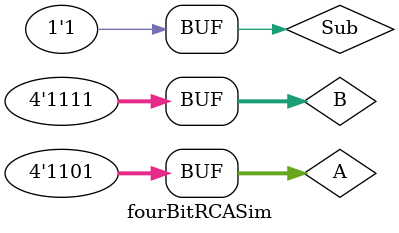
<source format=v>
`timescale 1ns / 1ps


module fourBitRCASim( );

    reg [3:0] A;
    reg [3:0] B;
    reg Sub;
    wire [3:0]Sum;
    wire Error;
    
    fourBitAddSub UUT(.A(A), .B(B), .Sub(Sub), .Sum(Sum), .Error(Error));
    
    initial begin
        Sub=0;
        A=4'b0011;
        B=4'b0100;
        #10;
        B=4'b0110;
        #10;
        B=4'b1100;
        #10;
        
        A=4'b1101;
        B=4'b0011;
        #10;
        B=4'b1000;
        #10;
        B=4'b1111;
        #10;
        
        Sub=1;
        A=4'b0011;
        B=4'b0100;
        #10;
        B=4'b0110;
        #10;
        B=4'b1100;
        #10;
        
        A=4'b1101;
        B=4'b0011;
        #10;
        B=4'b1000;
        #10;
        B=4'b1111;
        #10;

    end
endmodule

</source>
